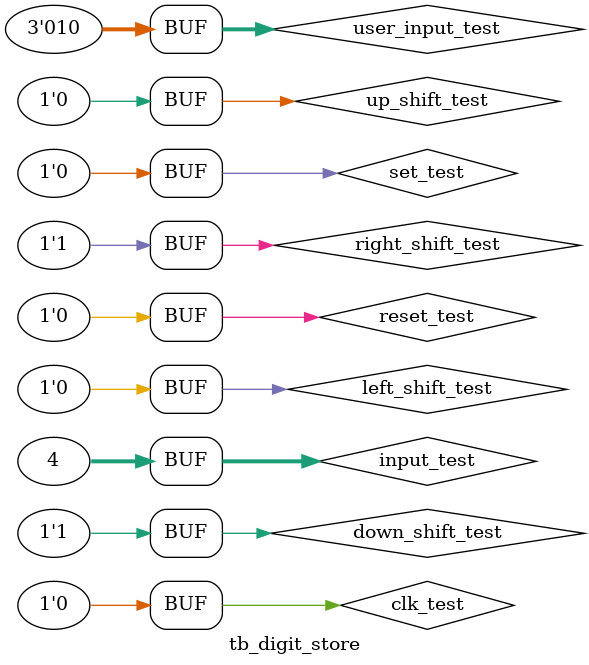
<source format=v>
module tb_digit_store();
reg clk_test,set_test,reset_test,left_shift_test,right_shift_test,up_shift_test,down_shift_test;
reg [2:0] user_input_test;
wire out_up_test,out_down_test,out_left_test,out_right_test,data_out_test;

integer input_test;

digit_store port_map(
.clk(clk_test),
.set(set_test),
.reset(reset_test),
.left_shift(left_shift_test),
.right_shift(right_shift_test),
.up_shift(up_shift_test),
.down_shift(down_shift_test),
.user_input(user_input_test),
.out_up(out_up_test),
.out_down(out_down_test),
.out_left(out_left_test),
.out_right(out_right_test),
.data_out(data_out_test)
);

initial begin 
clk_test = 0;
set_test = 0;
reset_test = 0;
left_shift_test= 0;
right_shift_test = 0;
up_shift_test= 0;
down_shift_test = 0;
user_input_test = 3'b111;

reset_test = 0;
#5;
reset_test = 1;
#5;
reset_test = 0;
#5;

set_test = 1;
#5;
set_test = 0;

end

always begin
//user_input_test = 3'b111;
//set_test = 1;
//set_direction_test = 2'b01;
//#5;
//set_test = 0


for (input_test = 0; input_test < 4; input_test = input_test + 1) begin 
up_shift_test = 1;
#5;
clk_test =1;
#5;
clk_test = 0;

end

up_shift_test = 0;
#5;
clk_test = 1;
#5;
clk_test = 0;
#5;


for (input_test = 0; input_test < 4; input_test = input_test + 1) begin 
down_shift_test = 1;
#5;
clk_test =1;
#5;
clk_test = 0;
end

user_input_test = 3'b010;
#5;
set_test = 1;
#5;
set_test = 0;

for (input_test = 0; input_test < 4; input_test = input_test + 1) begin 
right_shift_test = 1;
#5;
clk_test =1;
#5;
clk_test = 0;
end




end
endmodule
</source>
